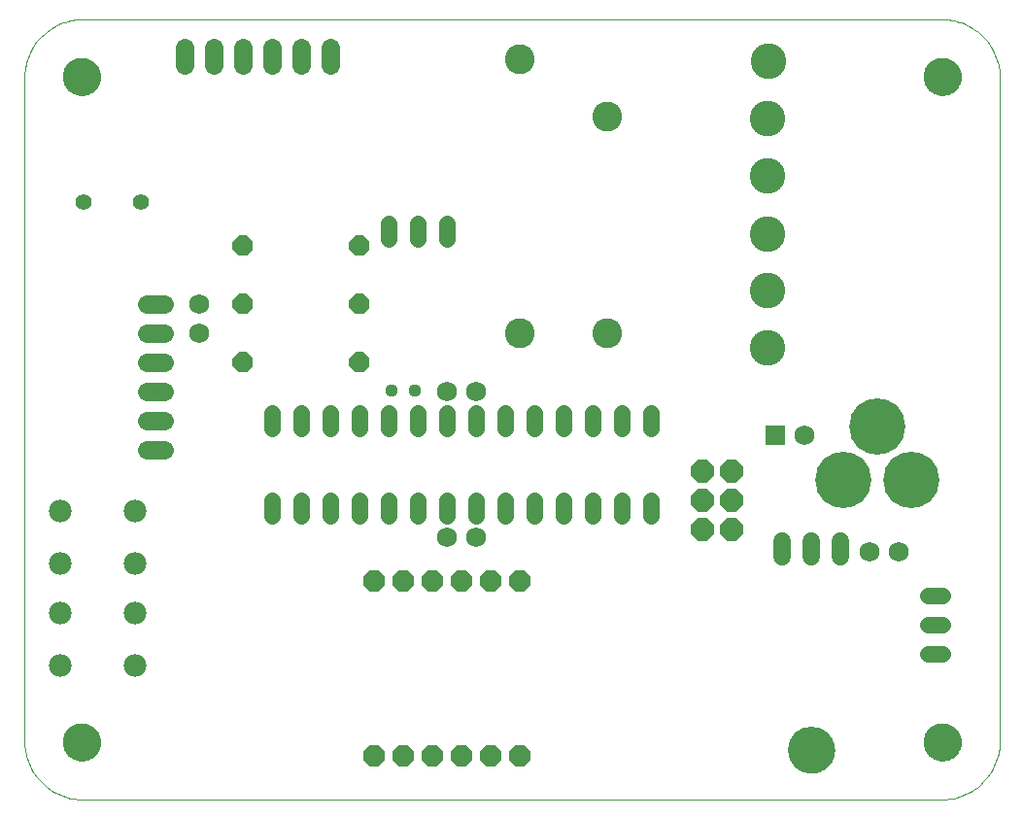
<source format=gbs>
G75*
%MOIN*%
%OFA0B0*%
%FSLAX24Y24*%
%IPPOS*%
%LPD*%
%AMOC8*
5,1,8,0,0,1.08239X$1,22.5*
%
%ADD10C,0.0000*%
%ADD11OC8,0.0709*%
%ADD12C,0.0560*%
%ADD13C,0.0690*%
%ADD14OC8,0.0700*%
%ADD15C,0.0780*%
%ADD16C,0.0437*%
%ADD17C,0.0552*%
%ADD18C,0.1600*%
%ADD19C,0.0590*%
%ADD20R,0.0690X0.0690*%
%ADD21C,0.1930*%
%ADD22C,0.1024*%
%ADD23C,0.1221*%
%ADD24C,0.1300*%
%ADD25C,0.0640*%
%ADD26OC8,0.0780*%
D10*
X001180Y002680D02*
X001180Y025452D01*
X002519Y025483D02*
X002521Y025533D01*
X002527Y025583D01*
X002537Y025632D01*
X002551Y025680D01*
X002568Y025727D01*
X002589Y025772D01*
X002614Y025816D01*
X002642Y025857D01*
X002674Y025896D01*
X002708Y025933D01*
X002745Y025967D01*
X002785Y025997D01*
X002827Y026024D01*
X002871Y026048D01*
X002917Y026069D01*
X002964Y026085D01*
X003012Y026098D01*
X003062Y026107D01*
X003111Y026112D01*
X003162Y026113D01*
X003212Y026110D01*
X003261Y026103D01*
X003310Y026092D01*
X003358Y026077D01*
X003404Y026059D01*
X003449Y026037D01*
X003492Y026011D01*
X003533Y025982D01*
X003572Y025950D01*
X003608Y025915D01*
X003640Y025877D01*
X003670Y025837D01*
X003697Y025794D01*
X003720Y025750D01*
X003739Y025704D01*
X003755Y025656D01*
X003767Y025607D01*
X003775Y025558D01*
X003779Y025508D01*
X003779Y025458D01*
X003775Y025408D01*
X003767Y025359D01*
X003755Y025310D01*
X003739Y025262D01*
X003720Y025216D01*
X003697Y025172D01*
X003670Y025129D01*
X003640Y025089D01*
X003608Y025051D01*
X003572Y025016D01*
X003533Y024984D01*
X003492Y024955D01*
X003449Y024929D01*
X003404Y024907D01*
X003358Y024889D01*
X003310Y024874D01*
X003261Y024863D01*
X003212Y024856D01*
X003162Y024853D01*
X003111Y024854D01*
X003062Y024859D01*
X003012Y024868D01*
X002964Y024881D01*
X002917Y024897D01*
X002871Y024918D01*
X002827Y024942D01*
X002785Y024969D01*
X002745Y024999D01*
X002708Y025033D01*
X002674Y025070D01*
X002642Y025109D01*
X002614Y025150D01*
X002589Y025194D01*
X002568Y025239D01*
X002551Y025286D01*
X002537Y025334D01*
X002527Y025383D01*
X002521Y025433D01*
X002519Y025483D01*
X001180Y025452D02*
X001182Y025539D01*
X001188Y025626D01*
X001197Y025713D01*
X001210Y025799D01*
X001227Y025885D01*
X001248Y025970D01*
X001273Y026053D01*
X001301Y026136D01*
X001332Y026217D01*
X001367Y026297D01*
X001406Y026375D01*
X001448Y026452D01*
X001493Y026527D01*
X001542Y026599D01*
X001593Y026670D01*
X001648Y026738D01*
X001705Y026803D01*
X001766Y026866D01*
X001829Y026927D01*
X001894Y026984D01*
X001962Y027039D01*
X002033Y027090D01*
X002105Y027139D01*
X002180Y027184D01*
X002257Y027226D01*
X002335Y027265D01*
X002415Y027300D01*
X002496Y027331D01*
X002579Y027359D01*
X002662Y027384D01*
X002747Y027405D01*
X002833Y027422D01*
X002919Y027435D01*
X003006Y027444D01*
X003093Y027450D01*
X003180Y027452D01*
X032645Y027452D01*
X032046Y025483D02*
X032048Y025533D01*
X032054Y025583D01*
X032064Y025632D01*
X032078Y025680D01*
X032095Y025727D01*
X032116Y025772D01*
X032141Y025816D01*
X032169Y025857D01*
X032201Y025896D01*
X032235Y025933D01*
X032272Y025967D01*
X032312Y025997D01*
X032354Y026024D01*
X032398Y026048D01*
X032444Y026069D01*
X032491Y026085D01*
X032539Y026098D01*
X032589Y026107D01*
X032638Y026112D01*
X032689Y026113D01*
X032739Y026110D01*
X032788Y026103D01*
X032837Y026092D01*
X032885Y026077D01*
X032931Y026059D01*
X032976Y026037D01*
X033019Y026011D01*
X033060Y025982D01*
X033099Y025950D01*
X033135Y025915D01*
X033167Y025877D01*
X033197Y025837D01*
X033224Y025794D01*
X033247Y025750D01*
X033266Y025704D01*
X033282Y025656D01*
X033294Y025607D01*
X033302Y025558D01*
X033306Y025508D01*
X033306Y025458D01*
X033302Y025408D01*
X033294Y025359D01*
X033282Y025310D01*
X033266Y025262D01*
X033247Y025216D01*
X033224Y025172D01*
X033197Y025129D01*
X033167Y025089D01*
X033135Y025051D01*
X033099Y025016D01*
X033060Y024984D01*
X033019Y024955D01*
X032976Y024929D01*
X032931Y024907D01*
X032885Y024889D01*
X032837Y024874D01*
X032788Y024863D01*
X032739Y024856D01*
X032689Y024853D01*
X032638Y024854D01*
X032589Y024859D01*
X032539Y024868D01*
X032491Y024881D01*
X032444Y024897D01*
X032398Y024918D01*
X032354Y024942D01*
X032312Y024969D01*
X032272Y024999D01*
X032235Y025033D01*
X032201Y025070D01*
X032169Y025109D01*
X032141Y025150D01*
X032116Y025194D01*
X032095Y025239D01*
X032078Y025286D01*
X032064Y025334D01*
X032054Y025383D01*
X032048Y025433D01*
X032046Y025483D01*
X032645Y027452D02*
X032732Y027450D01*
X032819Y027444D01*
X032906Y027435D01*
X032992Y027422D01*
X033078Y027405D01*
X033163Y027384D01*
X033246Y027359D01*
X033329Y027331D01*
X033410Y027300D01*
X033490Y027265D01*
X033568Y027226D01*
X033645Y027184D01*
X033720Y027139D01*
X033792Y027090D01*
X033863Y027039D01*
X033931Y026984D01*
X033996Y026927D01*
X034059Y026866D01*
X034120Y026803D01*
X034177Y026738D01*
X034232Y026670D01*
X034283Y026599D01*
X034332Y026527D01*
X034377Y026452D01*
X034419Y026375D01*
X034458Y026297D01*
X034493Y026217D01*
X034524Y026136D01*
X034552Y026053D01*
X034577Y025970D01*
X034598Y025885D01*
X034615Y025799D01*
X034628Y025713D01*
X034637Y025626D01*
X034643Y025539D01*
X034645Y025452D01*
X034645Y002680D01*
X032046Y002649D02*
X032048Y002699D01*
X032054Y002749D01*
X032064Y002798D01*
X032078Y002846D01*
X032095Y002893D01*
X032116Y002938D01*
X032141Y002982D01*
X032169Y003023D01*
X032201Y003062D01*
X032235Y003099D01*
X032272Y003133D01*
X032312Y003163D01*
X032354Y003190D01*
X032398Y003214D01*
X032444Y003235D01*
X032491Y003251D01*
X032539Y003264D01*
X032589Y003273D01*
X032638Y003278D01*
X032689Y003279D01*
X032739Y003276D01*
X032788Y003269D01*
X032837Y003258D01*
X032885Y003243D01*
X032931Y003225D01*
X032976Y003203D01*
X033019Y003177D01*
X033060Y003148D01*
X033099Y003116D01*
X033135Y003081D01*
X033167Y003043D01*
X033197Y003003D01*
X033224Y002960D01*
X033247Y002916D01*
X033266Y002870D01*
X033282Y002822D01*
X033294Y002773D01*
X033302Y002724D01*
X033306Y002674D01*
X033306Y002624D01*
X033302Y002574D01*
X033294Y002525D01*
X033282Y002476D01*
X033266Y002428D01*
X033247Y002382D01*
X033224Y002338D01*
X033197Y002295D01*
X033167Y002255D01*
X033135Y002217D01*
X033099Y002182D01*
X033060Y002150D01*
X033019Y002121D01*
X032976Y002095D01*
X032931Y002073D01*
X032885Y002055D01*
X032837Y002040D01*
X032788Y002029D01*
X032739Y002022D01*
X032689Y002019D01*
X032638Y002020D01*
X032589Y002025D01*
X032539Y002034D01*
X032491Y002047D01*
X032444Y002063D01*
X032398Y002084D01*
X032354Y002108D01*
X032312Y002135D01*
X032272Y002165D01*
X032235Y002199D01*
X032201Y002236D01*
X032169Y002275D01*
X032141Y002316D01*
X032116Y002360D01*
X032095Y002405D01*
X032078Y002452D01*
X032064Y002500D01*
X032054Y002549D01*
X032048Y002599D01*
X032046Y002649D01*
X032645Y000680D02*
X032732Y000682D01*
X032819Y000688D01*
X032906Y000697D01*
X032992Y000710D01*
X033078Y000727D01*
X033163Y000748D01*
X033246Y000773D01*
X033329Y000801D01*
X033410Y000832D01*
X033490Y000867D01*
X033568Y000906D01*
X033645Y000948D01*
X033720Y000993D01*
X033792Y001042D01*
X033863Y001093D01*
X033931Y001148D01*
X033996Y001205D01*
X034059Y001266D01*
X034120Y001329D01*
X034177Y001394D01*
X034232Y001462D01*
X034283Y001533D01*
X034332Y001605D01*
X034377Y001680D01*
X034419Y001757D01*
X034458Y001835D01*
X034493Y001915D01*
X034524Y001996D01*
X034552Y002079D01*
X034577Y002162D01*
X034598Y002247D01*
X034615Y002333D01*
X034628Y002419D01*
X034637Y002506D01*
X034643Y002593D01*
X034645Y002680D01*
X032645Y000680D02*
X003180Y000680D01*
X002519Y002649D02*
X002521Y002699D01*
X002527Y002749D01*
X002537Y002798D01*
X002551Y002846D01*
X002568Y002893D01*
X002589Y002938D01*
X002614Y002982D01*
X002642Y003023D01*
X002674Y003062D01*
X002708Y003099D01*
X002745Y003133D01*
X002785Y003163D01*
X002827Y003190D01*
X002871Y003214D01*
X002917Y003235D01*
X002964Y003251D01*
X003012Y003264D01*
X003062Y003273D01*
X003111Y003278D01*
X003162Y003279D01*
X003212Y003276D01*
X003261Y003269D01*
X003310Y003258D01*
X003358Y003243D01*
X003404Y003225D01*
X003449Y003203D01*
X003492Y003177D01*
X003533Y003148D01*
X003572Y003116D01*
X003608Y003081D01*
X003640Y003043D01*
X003670Y003003D01*
X003697Y002960D01*
X003720Y002916D01*
X003739Y002870D01*
X003755Y002822D01*
X003767Y002773D01*
X003775Y002724D01*
X003779Y002674D01*
X003779Y002624D01*
X003775Y002574D01*
X003767Y002525D01*
X003755Y002476D01*
X003739Y002428D01*
X003720Y002382D01*
X003697Y002338D01*
X003670Y002295D01*
X003640Y002255D01*
X003608Y002217D01*
X003572Y002182D01*
X003533Y002150D01*
X003492Y002121D01*
X003449Y002095D01*
X003404Y002073D01*
X003358Y002055D01*
X003310Y002040D01*
X003261Y002029D01*
X003212Y002022D01*
X003162Y002019D01*
X003111Y002020D01*
X003062Y002025D01*
X003012Y002034D01*
X002964Y002047D01*
X002917Y002063D01*
X002871Y002084D01*
X002827Y002108D01*
X002785Y002135D01*
X002745Y002165D01*
X002708Y002199D01*
X002674Y002236D01*
X002642Y002275D01*
X002614Y002316D01*
X002589Y002360D01*
X002568Y002405D01*
X002551Y002452D01*
X002537Y002500D01*
X002527Y002549D01*
X002521Y002599D01*
X002519Y002649D01*
X001180Y002680D02*
X001182Y002593D01*
X001188Y002506D01*
X001197Y002419D01*
X001210Y002333D01*
X001227Y002247D01*
X001248Y002162D01*
X001273Y002079D01*
X001301Y001996D01*
X001332Y001915D01*
X001367Y001835D01*
X001406Y001757D01*
X001448Y001680D01*
X001493Y001605D01*
X001542Y001533D01*
X001593Y001462D01*
X001648Y001394D01*
X001705Y001329D01*
X001766Y001266D01*
X001829Y001205D01*
X001894Y001148D01*
X001962Y001093D01*
X002033Y001042D01*
X002105Y000993D01*
X002180Y000948D01*
X002257Y000906D01*
X002335Y000867D01*
X002415Y000832D01*
X002496Y000801D01*
X002579Y000773D01*
X002662Y000748D01*
X002747Y000727D01*
X002833Y000710D01*
X002919Y000697D01*
X003006Y000688D01*
X003093Y000682D01*
X003180Y000680D01*
X027400Y002380D02*
X027402Y002436D01*
X027408Y002491D01*
X027418Y002546D01*
X027432Y002600D01*
X027449Y002653D01*
X027470Y002704D01*
X027495Y002754D01*
X027524Y002802D01*
X027556Y002847D01*
X027591Y002891D01*
X027628Y002932D01*
X027669Y002969D01*
X027713Y003004D01*
X027758Y003036D01*
X027806Y003065D01*
X027856Y003090D01*
X027907Y003111D01*
X027960Y003128D01*
X028014Y003142D01*
X028069Y003152D01*
X028124Y003158D01*
X028180Y003160D01*
X028236Y003158D01*
X028291Y003152D01*
X028346Y003142D01*
X028400Y003128D01*
X028453Y003111D01*
X028504Y003090D01*
X028554Y003065D01*
X028602Y003036D01*
X028647Y003004D01*
X028691Y002969D01*
X028732Y002932D01*
X028769Y002891D01*
X028804Y002847D01*
X028836Y002802D01*
X028865Y002754D01*
X028890Y002704D01*
X028911Y002653D01*
X028928Y002600D01*
X028942Y002546D01*
X028952Y002491D01*
X028958Y002436D01*
X028960Y002380D01*
X028958Y002324D01*
X028952Y002269D01*
X028942Y002214D01*
X028928Y002160D01*
X028911Y002107D01*
X028890Y002056D01*
X028865Y002006D01*
X028836Y001958D01*
X028804Y001913D01*
X028769Y001869D01*
X028732Y001828D01*
X028691Y001791D01*
X028647Y001756D01*
X028602Y001724D01*
X028554Y001695D01*
X028504Y001670D01*
X028453Y001649D01*
X028400Y001632D01*
X028346Y001618D01*
X028291Y001608D01*
X028236Y001602D01*
X028180Y001600D01*
X028124Y001602D01*
X028069Y001608D01*
X028014Y001618D01*
X027960Y001632D01*
X027907Y001649D01*
X027856Y001670D01*
X027806Y001695D01*
X027758Y001724D01*
X027713Y001756D01*
X027669Y001791D01*
X027628Y001828D01*
X027591Y001869D01*
X027556Y001913D01*
X027524Y001958D01*
X027495Y002006D01*
X027470Y002056D01*
X027449Y002107D01*
X027432Y002160D01*
X027418Y002214D01*
X027408Y002269D01*
X027402Y002324D01*
X027400Y002380D01*
D11*
X018180Y002180D03*
X017180Y002180D03*
X016180Y002180D03*
X015180Y002180D03*
X014180Y002180D03*
X013180Y002180D03*
X013180Y008180D03*
X014180Y008180D03*
X015180Y008180D03*
X016180Y008180D03*
X017180Y008180D03*
X018180Y008180D03*
D12*
X017680Y010420D02*
X017680Y010940D01*
X016680Y010940D02*
X016680Y010420D01*
X015680Y010420D02*
X015680Y010940D01*
X014680Y010940D02*
X014680Y010420D01*
X013680Y010420D02*
X013680Y010940D01*
X012680Y010940D02*
X012680Y010420D01*
X011680Y010420D02*
X011680Y010940D01*
X010680Y010940D02*
X010680Y010420D01*
X009680Y010420D02*
X009680Y010940D01*
X009680Y013420D02*
X009680Y013940D01*
X010680Y013940D02*
X010680Y013420D01*
X011680Y013420D02*
X011680Y013940D01*
X012680Y013940D02*
X012680Y013420D01*
X013680Y013420D02*
X013680Y013940D01*
X014680Y013940D02*
X014680Y013420D01*
X015680Y013420D02*
X015680Y013940D01*
X016680Y013940D02*
X016680Y013420D01*
X017680Y013420D02*
X017680Y013940D01*
X018680Y013940D02*
X018680Y013420D01*
X019680Y013420D02*
X019680Y013940D01*
X020680Y013940D02*
X020680Y013420D01*
X021680Y013420D02*
X021680Y013940D01*
X022680Y013940D02*
X022680Y013420D01*
X022680Y010940D02*
X022680Y010420D01*
X021680Y010420D02*
X021680Y010940D01*
X020680Y010940D02*
X020680Y010420D01*
X019680Y010420D02*
X019680Y010940D01*
X018680Y010940D02*
X018680Y010420D01*
X015680Y019920D02*
X015680Y020440D01*
X014680Y020440D02*
X014680Y019920D01*
X013680Y019920D02*
X013680Y020440D01*
X032170Y007680D02*
X032690Y007680D01*
X032690Y006680D02*
X032170Y006680D01*
X032170Y005680D02*
X032690Y005680D01*
D13*
X031180Y009180D03*
X030180Y009180D03*
X027930Y013180D03*
X016680Y014680D03*
X015680Y014680D03*
X015680Y009680D03*
X016680Y009680D03*
X007180Y016680D03*
X007180Y017680D03*
D14*
X008680Y017680D03*
X008680Y019680D03*
X012680Y019680D03*
X012680Y017680D03*
X012680Y015680D03*
X008680Y015680D03*
D15*
X004960Y010570D03*
X004960Y008790D03*
X004960Y007070D03*
X004960Y005290D03*
X002400Y005290D03*
X002400Y007070D03*
X002400Y008790D03*
X002400Y010570D03*
D16*
X013786Y014708D03*
X014574Y014708D03*
D17*
X005164Y021180D03*
X003196Y021180D03*
D18*
X028180Y002380D03*
D19*
X028180Y009005D02*
X028180Y009555D01*
X027180Y009555D02*
X027180Y009005D01*
X029180Y009005D02*
X029180Y009555D01*
D20*
X026930Y013180D03*
D21*
X029273Y011641D03*
X031595Y011641D03*
X030454Y013491D03*
D22*
X021180Y016680D03*
X018180Y016680D03*
X021180Y024121D03*
X018180Y026089D03*
D23*
X026719Y026007D03*
X026680Y024038D03*
X026680Y022070D03*
X026680Y020062D03*
X026680Y018133D03*
X026680Y016164D03*
D24*
X032676Y025483D03*
X032676Y002649D03*
X003149Y002649D03*
X003149Y025483D03*
D25*
X006680Y025880D02*
X006680Y026480D01*
X007680Y026480D02*
X007680Y025880D01*
X008680Y025880D02*
X008680Y026480D01*
X009680Y026480D02*
X009680Y025880D01*
X010680Y025880D02*
X010680Y026480D01*
X011680Y026480D02*
X011680Y025880D01*
X005980Y017680D02*
X005380Y017680D01*
X005380Y016680D02*
X005980Y016680D01*
X005980Y015680D02*
X005380Y015680D01*
X005380Y014680D02*
X005980Y014680D01*
X005980Y013680D02*
X005380Y013680D01*
X005380Y012680D02*
X005980Y012680D01*
D26*
X024430Y011930D03*
X025430Y011930D03*
X025430Y010930D03*
X024430Y010930D03*
X024430Y009930D03*
X025430Y009930D03*
M02*

</source>
